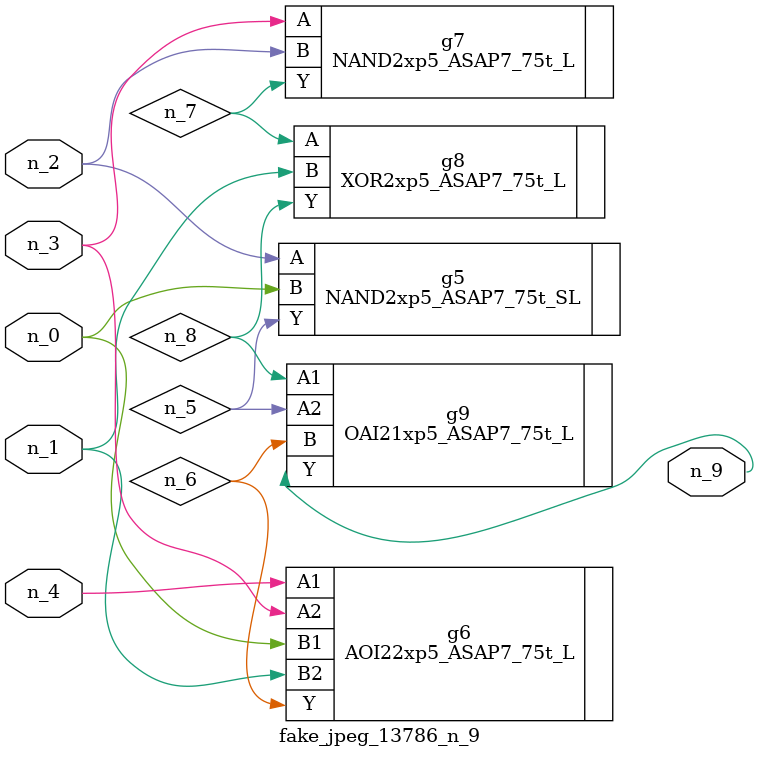
<source format=v>
module fake_jpeg_13786_n_9 (n_3, n_2, n_1, n_0, n_4, n_9);

input n_3;
input n_2;
input n_1;
input n_0;
input n_4;

output n_9;

wire n_8;
wire n_6;
wire n_5;
wire n_7;

NAND2xp5_ASAP7_75t_SL g5 ( 
.A(n_2),
.B(n_0),
.Y(n_5)
);

AOI22xp5_ASAP7_75t_L g6 ( 
.A1(n_4),
.A2(n_3),
.B1(n_0),
.B2(n_1),
.Y(n_6)
);

NAND2xp5_ASAP7_75t_L g7 ( 
.A(n_3),
.B(n_2),
.Y(n_7)
);

XOR2xp5_ASAP7_75t_L g8 ( 
.A(n_7),
.B(n_1),
.Y(n_8)
);

OAI21xp5_ASAP7_75t_L g9 ( 
.A1(n_8),
.A2(n_5),
.B(n_6),
.Y(n_9)
);


endmodule
</source>
